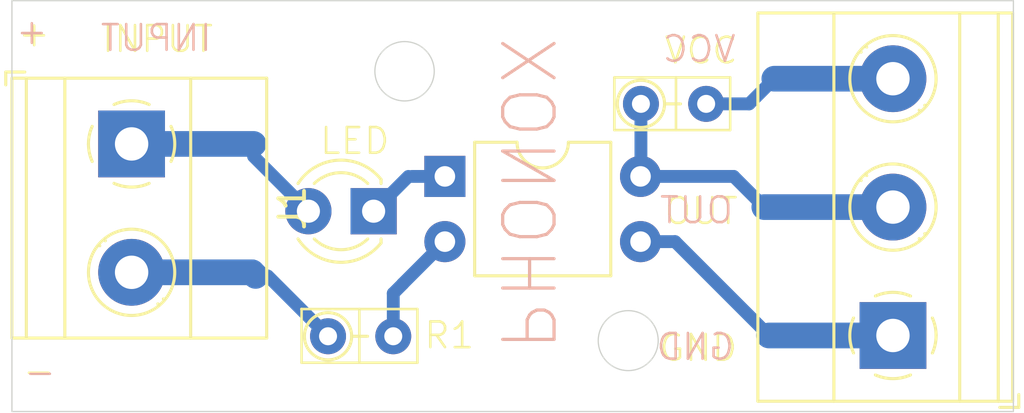
<source format=kicad_pcb>
(kicad_pcb (version 20240108) (generator "pcbnew") (generator_version "8.0")
  (layers (0 "F.Cu" signal) (31 "B.Cu" signal) (34 "B.Paste" user) (35 "F.Paste" user) (36 "B.SilkS" user "B.Silkscreen") (37 "F.SilkS" user "F.Silkscreen") (38 "B.Mask" user) (39 "F.Mask" user) (44 "Edge.Cuts" user))
  (net 0 "")
  (net 1 "Net-(D1-A)")
  (net 2 "Net-(D1-K)")
  (net 3 "Net-(R1-Pad2)")
  (net 4 "Net-(J1-Pin_2)")
  (net 5 "Net-(J2-Pin_2)")
  (net 6 "Net-(J2-Pin_3)")
  (net 7 "Net-(J2-Pin_1)")
  (footprint "TerminalBlock_Phoenix:TerminalBlock_Phoenix_MKDS-1,5-2_1x02_P5.00mm_Horizontal" (layer "F.Cu") (at 4.66 5.58 -90)
    (property "Reference" "J1" (at 2.5 -6.26 -90) (layer "F.SilkS"))
    (property "Value" "INPUT" (hide yes))
    (fp_line (start -2.8 4.9) (end -2.3 4.9) (stroke (width 0.12)) (layer "F.SilkS"))
    (fp_line (start -2.56 4.66) (end 7.56 4.66) (stroke (width 0.12)) (layer "F.SilkS"))
    (fp_line (start -2.8 4.16) (end -2.8 4.9) (stroke (width 0.12)) (layer "F.SilkS"))
    (fp_line (start -2.56 4.1) (end 7.56 4.1) (stroke (width 0.12)) (layer "F.SilkS"))
    (fp_line (start -2.56 2.6) (end 7.56 2.6) (stroke (width 0.12)) (layer "F.SilkS"))
    (fp_line (start 3.966 1.239) (end 3.931 1.274) (stroke (width 0.12)) (layer "F.SilkS"))
    (fp_line (start 3.773 1.023) (end 3.726 1.069) (stroke (width 0.12)) (layer "F.SilkS"))
    (fp_line (start 6.275 -1.069) (end 6.228 -1.023) (stroke (width 0.12)) (layer "F.SilkS"))
    (fp_line (start 6.07 -1.275) (end 6.035 -1.239) (stroke (width 0.12)) (layer "F.SilkS"))
    (fp_line (start -2.56 -2.301) (end 7.56 -2.301) (stroke (width 0.12)) (layer "F.SilkS"))
    (fp_line (start -2.56 -5.261) (end -2.56 4.66) (stroke (width 0.12)) (layer "F.SilkS"))
    (fp_line (start -2.56 -5.261) (end 7.56 -5.261) (stroke (width 0.12)) (layer "F.SilkS"))
    (fp_line (start 7.56 -5.261) (end 7.56 4.66) (stroke (width 0.12)) (layer "F.SilkS"))
    (fp_arc (start 0.028805 1.680253) (mid -0.335551 1.646659) (end -0.684 1.535) (stroke (width 0.12)) (layer "F.SilkS"))
    (fp_arc (start 0.683318 1.534756) (mid 0.349292 1.643288) (end 0 1.68) (stroke (width 0.12)) (layer "F.SilkS"))
    (fp_arc (start -1.535427 0.683042) (mid -1.680501 -0.000524) (end -1.535 -0.684) (stroke (width 0.12)) (layer "F.SilkS"))
    (fp_arc (start 1.535427 -0.683042) (mid 1.680501 0.000524) (end 1.535 0.684) (stroke (width 0.12)) (layer "F.SilkS"))
    (fp_arc (start -0.683042 -1.535427) (mid 0.000524 -1.680501) (end 0.684 -1.535) (stroke (width 0.12)) (layer "F.SilkS"))
    (fp_circle (center 5 0) (end 6.68 0) (stroke (width 0.12)) (fill none) (layer "F.SilkS"))
    (pad "1" thru_hole rect (at 0 0 270) (size 2.6 2.6) (drill 1.3) (layers "*.Cu" "*.Mask") (net 1 "Net-(D1-A)"))
    (pad "2" thru_hole circle (at 5 0 270) (size 2.6 2.6) (drill 1.3) (layers "*.Cu" "*.Mask") (net 4 "Net-(J1-Pin_2)"))
  )
  (footprint "Resistor_THT:R_Axial_DIN0204_L3.6mm_D1.6mm_P2.54mm_Vertical" (layer "F.Cu") (at 24.495 4.02)
    (property "Reference" "R2" (hide yes))
    (property "Value" "R")
    (fp_line (start 0.92 0) (end 1.54 0) (stroke (width 0.12)) (layer "F.SilkS"))
    (fp_circle (center 0 0) (end 0.92 0) (stroke (width 0.12)) (fill none) (layer "F.SilkS"))
    (pad "1" thru_hole circle (at 0 0) (size 1.4 1.4) (drill 0.7) (layers "*.Cu" "*.Mask") (net 5 "Net-(J2-Pin_2)"))
    (pad "2" thru_hole oval (at 2.54 0) (size 1.4 1.4) (drill 0.7) (layers "*.Cu" "*.Mask") (net 7 "Net-(J2-Pin_1)"))
  )
  (footprint "LED_THT:LED_D3.0mm" (layer "F.Cu") (at 14.085 8.2 180)
    (property "Reference" "D1" (hide yes))
    (property "Value" "LED" (hide yes))
    (fp_line (start -0.29 1.08) (end -0.29 1.236) (stroke (width 0.12)) (layer "F.SilkS"))
    (fp_line (start -0.29 -1.236) (end -0.29 -1.08) (stroke (width 0.12)) (layer "F.SilkS"))
    (fp_arc (start 2.942335 1.078608) (mid 1.366487 1.987659) (end -0.29 1.235516) (stroke (width 0.12)) (layer "F.SilkS"))
    (fp_arc (start 2.31113 1.079837) (mid 1.270117 1.5) (end 0.229039 1.08) (stroke (width 0.12)) (layer "F.SilkS"))
    (fp_arc (start 0.229039 -1.08) (mid 1.270117 -1.5) (end 2.31113 -1.079837) (stroke (width 0.12)) (layer "F.SilkS"))
    (fp_arc (start -0.29 -1.235516) (mid 1.366487 -1.987659) (end 2.942335 -1.078608) (stroke (width 0.12)) (layer "F.SilkS"))
    (pad "1" thru_hole rect (at 0 0 180) (size 1.8 1.8) (drill 0.9) (layers "*.Cu" "*.Mask") (net 2 "Net-(D1-K)"))
    (pad "2" thru_hole circle (at 2.54 0 180) (size 1.8 1.8) (drill 0.9) (layers "*.Cu" "*.Mask") (net 1 "Net-(D1-A)"))
  )
  (footprint "TerminalBlock_Phoenix:TerminalBlock_Phoenix_MKDS-1,5-3_1x03_P5.00mm_Horizontal" (layer "F.Cu") (at 34.31 13.04 90)
    (property "Reference" "J2" (hide yes))
    (property "Value" "OUTPUT")
    (fp_line (start 12.56 -5.261) (end 12.56 4.66) (stroke (width 0.12)) (layer "F.SilkS"))
    (fp_line (start -2.56 -5.261) (end 12.56 -5.261) (stroke (width 0.12)) (layer "F.SilkS"))
    (fp_line (start -2.56 -5.261) (end -2.56 4.66) (stroke (width 0.12)) (layer "F.SilkS"))
    (fp_line (start -2.56 -2.301) (end 12.56 -2.301) (stroke (width 0.12)) (layer "F.SilkS"))
    (fp_line (start 11.07 -1.275) (end 11.035 -1.239) (stroke (width 0.12)) (layer "F.SilkS"))
    (fp_line (start 6.07 -1.275) (end 6.035 -1.239) (stroke (width 0.12)) (layer "F.SilkS"))
    (fp_line (start 11.275 -1.069) (end 11.228 -1.023) (stroke (width 0.12)) (layer "F.SilkS"))
    (fp_line (start 6.275 -1.069) (end 6.228 -1.023) (stroke (width 0.12)) (layer "F.SilkS"))
    (fp_line (start 8.773 1.023) (end 8.726 1.069) (stroke (width 0.12)) (layer "F.SilkS"))
    (fp_line (start 3.773 1.023) (end 3.726 1.069) (stroke (width 0.12)) (layer "F.SilkS"))
    (fp_line (start 8.966 1.239) (end 8.931 1.274) (stroke (width 0.12)) (layer "F.SilkS"))
    (fp_line (start 3.966 1.239) (end 3.931 1.274) (stroke (width 0.12)) (layer "F.SilkS"))
    (fp_line (start -2.56 2.6) (end 12.56 2.6) (stroke (width 0.12)) (layer "F.SilkS"))
    (fp_line (start -2.56 4.1) (end 12.56 4.1) (stroke (width 0.12)) (layer "F.SilkS"))
    (fp_line (start -2.8 4.16) (end -2.8 4.9) (stroke (width 0.12)) (layer "F.SilkS"))
    (fp_line (start -2.56 4.66) (end 12.56 4.66) (stroke (width 0.12)) (layer "F.SilkS"))
    (fp_line (start -2.8 4.9) (end -2.3 4.9) (stroke (width 0.12)) (layer "F.SilkS"))
    (fp_arc (start -0.683042 -1.535427) (mid 0.000524 -1.680501) (end 0.684 -1.535) (stroke (width 0.12)) (layer "F.SilkS"))
    (fp_arc (start 1.535427 -0.683042) (mid 1.680501 0.000524) (end 1.535 0.684) (stroke (width 0.12)) (layer "F.SilkS"))
    (fp_arc (start -1.535427 0.683042) (mid -1.680501 -0.000524) (end -1.535 -0.684) (stroke (width 0.12)) (layer "F.SilkS"))
    (fp_arc (start 0.683318 1.534756) (mid 0.349292 1.643288) (end 0 1.68) (stroke (width 0.12)) (layer "F.SilkS"))
    (fp_arc (start 0.028805 1.680253) (mid -0.335551 1.646659) (end -0.684 1.535) (stroke (width 0.12)) (layer "F.SilkS"))
    (fp_circle (center 10 0) (end 11.68 0) (stroke (width 0.12)) (fill none) (layer "F.SilkS"))
    (fp_circle (center 5 0) (end 6.68 0) (stroke (width 0.12)) (fill none) (layer "F.SilkS"))
    (pad "1" thru_hole circle (at 10 0 90) (size 2.6 2.6) (drill 1.3) (layers "*.Cu" "*.Mask") (net 7 "Net-(J2-Pin_1)"))
    (pad "2" thru_hole circle (at 5 0 90) (size 2.6 2.6) (drill 1.3) (layers "*.Cu" "*.Mask") (net 5 "Net-(J2-Pin_2)"))
    (pad "3" thru_hole rect (at 0 0 90) (size 2.6 2.6) (drill 1.3) (layers "*.Cu" "*.Mask") (net 6 "Net-(J2-Pin_3)"))
  )
  (footprint "Package_DIP:DIP-4_W7.62mm" (layer "F.Cu") (at 16.86 6.845)
    (property "Reference" "U1" (hide yes))
    (property "Value" "PC817")
    (fp_line (start 1.16 -1.33) (end 1.16 3.87) (stroke (width 0.12)) (layer "F.SilkS"))
    (fp_line (start 1.16 3.87) (end 6.46 3.87) (stroke (width 0.12)) (layer "F.SilkS"))
    (fp_line (start 2.81 -1.33) (end 1.16 -1.33) (stroke (width 0.12)) (layer "F.SilkS"))
    (fp_line (start 6.46 -1.33) (end 4.81 -1.33) (stroke (width 0.12)) (layer "F.SilkS"))
    (fp_line (start 6.46 3.87) (end 6.46 -1.33) (stroke (width 0.12)) (layer "F.SilkS"))
    (fp_arc (start 4.81 -1.33) (mid 3.81 -0.33) (end 2.81 -1.33) (stroke (width 0.12)) (layer "F.SilkS"))
    (pad "1" thru_hole rect (at 0 0) (size 1.6 1.6) (drill 0.8) (layers "*.Cu" "*.Mask") (net 2 "Net-(D1-K)"))
    (pad "2" thru_hole oval (at 0 2.54) (size 1.6 1.6) (drill 0.8) (layers "*.Cu" "*.Mask") (net 3 "Net-(R1-Pad2)"))
    (pad "3" thru_hole oval (at 7.62 2.54) (size 1.6 1.6) (drill 0.8) (layers "*.Cu" "*.Mask") (net 6 "Net-(J2-Pin_3)"))
    (pad "4" thru_hole oval (at 7.62 0) (size 1.6 1.6) (drill 0.8) (layers "*.Cu" "*.Mask") (net 5 "Net-(J2-Pin_2)"))
  )
  (footprint "Resistor_THT:R_Axial_DIN0204_L3.6mm_D1.6mm_P2.54mm_Vertical" (layer "F.Cu") (at 12.31 13.07)
    (property "Reference" "R1" (hide yes))
    (property "Value" "R" (hide yes))
    (fp_line (start 0.92 0) (end 1.54 0) (stroke (width 0.12)) (layer "F.SilkS"))
    (fp_circle (center 0 0) (end 0.92 0) (stroke (width 0.12)) (fill none) (layer "F.SilkS"))
    (pad "1" thru_hole circle (at 0 0) (size 1.4 1.4) (drill 0.7) (layers "*.Cu" "*.Mask") (net 4 "Net-(J1-Pin_2)"))
    (pad "2" thru_hole oval (at 2.54 0) (size 1.4 1.4) (drill 0.7) (layers "*.Cu" "*.Mask") (net 3 "Net-(R1-Pad2)"))
  )
  (gr_line (start 11.28 14.1) (end 11.28 12.01) (stroke (width 0.1)) (layer "F.SilkS"))
  (gr_line (start 13.53 12.01) (end 13.53 14.1) (stroke (width 0.1)) (layer "F.SilkS"))
  (gr_line (start 15.79 14.1) (end 11.28 14.1) (stroke (width 0.1)) (layer "F.SilkS"))
  (gr_line (start 23.46 5.04) (end 23.46 2.99) (stroke (width 0.1)) (layer "F.SilkS"))
  (gr_line (start 27.97 2.99) (end 27.97 5.04) (stroke (width 0.1)) (layer "F.SilkS"))
  (gr_line (start 27.97 5.04) (end 23.46 5.04) (stroke (width 0.1)) (layer "F.SilkS"))
  (gr_line (start 15.79 12.01) (end 15.79 14.1) (stroke (width 0.1)) (layer "F.SilkS"))
  (gr_line (start 25.86 2.99) (end 25.86 5) (stroke (width 0.1)) (layer "F.SilkS"))
  (gr_line (start 11.27 12.01) (end 15.79 12.01) (stroke (width 0.1)) (layer "F.SilkS"))
  (gr_line (start 23.47 2.99) (end 27.97 2.99) (stroke (width 0.1)) (layer "F.SilkS"))
  (gr_circle (center 24 13.24) (end 25.167647 13.24) (stroke (width 0.05)) (fill none) (layer "Edge.Cuts"))
  (gr_circle (center 15.29 2.75) (end 16.446028 2.75) (stroke (width 0.05)) (fill none) (layer "Edge.Cuts"))
  (gr_rect (start 0 0) (end 39 16) (stroke (width 0.05)) (fill none) (layer "Edge.Cuts"))
  (gr_text "-" (at 1.78 15.04 0) (layer "B.SilkS") (effects (font (size 1 1) (thickness 0.1)) (justify left bottom mirror)))
  (gr_text "VCC" (at 28.26 2.47 0) (layer "B.SilkS") (effects (font (size 1 1) (thickness 0.1)) (justify left bottom mirror)))
  (gr_text "INPUT" (at 7.85 2.04 0) (layer "B.SilkS") (effects (font (size 1 1) (thickness 0.1)) (justify left bottom mirror)))
  (gr_text "PHONOX" (at 18.86 13.75 270) (layer "B.SilkS") (effects (font (size 2 2) (thickness 0.125)) (justify left bottom mirror)))
  (gr_text "GND" (at 28.2 14.07 0) (layer "B.SilkS") (effects (font (size 1 1) (thickness 0.1)) (justify left bottom mirror)))
  (gr_text "OUT" (at 28.15 8.75 0) (layer "B.SilkS") (effects (font (size 1 1) (thickness 0.1)) (justify left bottom mirror)))
  (gr_text "+" (at 1.46 1.77 0) (layer "B.SilkS") (effects (font (size 1 1) (thickness 0.1)) (justify left bottom mirror)))
  (gr_text "OUT" (at 25.35 8.78 0) (layer "F.SilkS") (effects (font (size 1 1) (thickness 0.1)) (justify left bottom)))
  (gr_text "LED" (at 11.93 6.05 0) (layer "F.SilkS") (effects (font (size 1 1) (thickness 0.1)) (justify left bottom)))
  (gr_text "VCC" (at 25.34 2.53 0) (layer "F.SilkS") (effects (font (size 1 1) (thickness 0.1)) (justify left bottom)))
  (gr_text "GND" (at 25.14 14.11 0) (layer "F.SilkS") (effects (font (size 1 1) (thickness 0.1)) (justify left bottom)))
  (gr_text "INPUT" (at 3.44 2.08 0) (layer "F.SilkS") (effects (font (size 1 1) (thickness 0.1)) (justify left bottom)))
  (gr_text "-" (at 0.36 15 0) (layer "F.SilkS") (effects (font (size 1 1) (thickness 0.1)) (justify left bottom)))
  (gr_text "R1" (at 15.99 13.62 0) (layer "F.SilkS") (effects (font (size 1 1) (thickness 0.1)) (justify left bottom)))
  (gr_text "+" (at 0.18 1.86 0) (layer "F.SilkS") (effects (font (size 1 1) (thickness 0.1)) (justify left bottom)))
  (segment (start 4.66 5.58) (end 9.41 5.58) (width 1) (layer "B.Cu") (net 1))
  (segment (start 9.41 6.065) (end 11.545 8.2) (width 0.5) (layer "B.Cu") (net 1))
  (segment (start 9.41 5.58) (end 9.41 6.065) (width 0.2) (layer "B.Cu") (net 1))
  (segment (start 15.58 6.84) (end 15.585 6.845) (width 0.2) (layer "B.Cu") (net 2))
  (segment (start 14.085 8.2) (end 15.44 6.845) (width 0.5) (layer "B.Cu") (net 2))
  (segment (start 15.585 6.845) (end 16.86 6.845) (width 0.5) (layer "B.Cu") (net 2))
  (segment (start 15.44 6.84) (end 15.58 6.84) (width 0.2) (layer "B.Cu") (net 2))
  (segment (start 15.44 6.845) (end 15.44 6.84) (width 0.2) (layer "B.Cu") (net 2))
  (segment (start 15.22 11.025) (end 16.86 9.385) (width 0.5) (layer "B.Cu") (net 3))
  (segment (start 14.85 11.4) (end 15.22 11.03) (width 0.5) (layer "B.Cu") (net 3))
  (segment (start 15.22 11.03) (end 15.22 11.025) (width 0.2) (layer "B.Cu") (net 3))
  (segment (start 14.85 13.07) (end 14.85 11.4) (width 0.5) (layer "B.Cu") (net 3))
  (segment (start 9.49 10.72) (end 9.96 10.72) (width 0.2) (layer "B.Cu") (net 4))
  (segment (start 9.96 10.72) (end 12.31 13.07) (width 0.5) (layer "B.Cu") (net 4))
  (segment (start 4.66 10.58) (end 9.35 10.58) (width 1) (layer "B.Cu") (net 4))
  (segment (start 9.35 10.58) (end 9.49 10.72) (width 1) (layer "B.Cu") (net 4))
  (segment (start 24.48 6.845) (end 28.105 6.845) (width 0.5) (layer "B.Cu") (net 5))
  (segment (start 28.105 6.845) (end 29.3 8.04) (width 0.5) (layer "B.Cu") (net 5))
  (segment (start 24.495 6.83) (end 24.48 6.845) (width 0.2) (layer "B.Cu") (net 5))
  (segment (start 24.48 4.035) (end 24.495 4.02) (width 0.2) (layer "B.Cu") (net 5))
  (segment (start 29.3 8.04) (end 34.31 8.04) (width 1) (layer "B.Cu") (net 5))
  (segment (start 24.495 4.02) (end 24.495 6.83) (width 0.5) (layer "B.Cu") (net 5))
  (segment (start 29.48 13.04) (end 34.31 13.04) (width 1) (layer "B.Cu") (net 6))
  (segment (start 29.45 12.99) (end 29.44 13) (width 0.2) (layer "B.Cu") (net 6))
  (segment (start 29.44 13) (end 25.825 9.385) (width 0.5) (layer "B.Cu") (net 6))
  (segment (start 25.825 9.385) (end 24.48 9.385) (width 0.5) (layer "B.Cu") (net 6))
  (segment (start 29.44 13) (end 29.48 13.04) (width 0.2) (layer "B.Cu") (net 6))
  (segment (start 34.31 3.04) (end 29.69 3.04) (width 1) (layer "B.Cu") (net 7))
  (segment (start 29.69 3.04) (end 28.71 4.02) (width 0.5) (layer "B.Cu") (net 7))
  (segment (start 28.71 4.02) (end 27.035 4.02) (width 0.5) (layer "B.Cu") (net 7))
)
</source>
